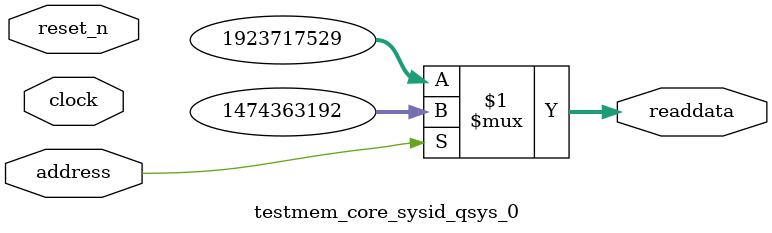
<source format=v>



// synthesis translate_off
`timescale 1ns / 1ps
// synthesis translate_on

// turn off superfluous verilog processor warnings 
// altera message_level Level1 
// altera message_off 10034 10035 10036 10037 10230 10240 10030 

module testmem_core_sysid_qsys_0 (
               // inputs:
                address,
                clock,
                reset_n,

               // outputs:
                readdata
             )
;

  output  [ 31: 0] readdata;
  input            address;
  input            clock;
  input            reset_n;

  wire    [ 31: 0] readdata;
  //control_slave, which is an e_avalon_slave
  assign readdata = address ? 1474363192 : 1923717529;

endmodule



</source>
